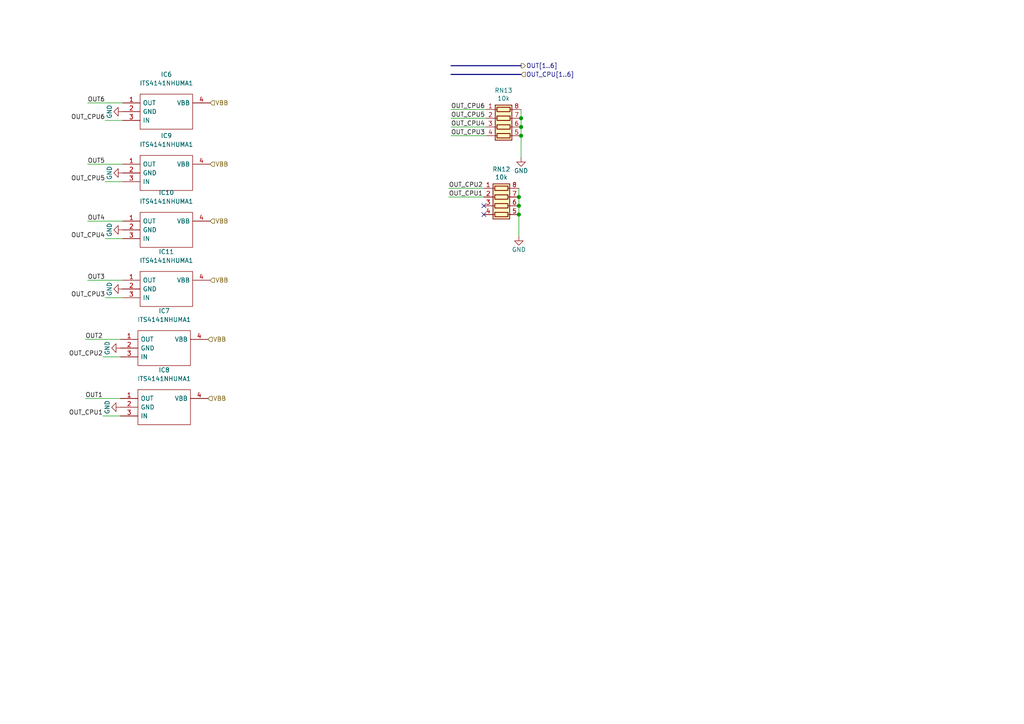
<source format=kicad_sch>
(kicad_sch (version 20211123) (generator eeschema)
  (paper "A4")
  (title_block (title "Uni printer") (date "2020-04-30") (rev "2.0") (company "Kartech") (comment 1 "jaroslaw.karwik@gmail.com"))
  (lib_symbols
    (symbol "ITS4141NHUMA1:ITS4141NHUMA1" (pin_names (offset 0.762))
      (property "Reference" "IC" (at 21.59 7.62 0))
      (property "Value" "ITS4141NHUMA1" (at 21.59 5.08 0))
      (symbol "ITS4141NHUMA1_0_0"
        (pin passive line (at 0 0 0) (length 5.08) (name "OUT") (number "1"))
        (pin passive line (at 0 -2.54 0) (length 5.08) (name "GND") (number "2"))
        (pin passive line (at 0 -5.08 0) (length 5.08) (name "IN") (number "3"))
        (pin passive line (at 25.4 0 180) (length 5.08) (name "VBB") (number "4"))
      )
      (symbol "ITS4141NHUMA1_0_1"
        (polyline (pts (xy 5.08 2.54) (xy 20.32 2.54) (xy 20.32 -7.62) (xy 5.08 -7.62) (xy 5.08 2.54)) (stroke (width 0.1524)))
      )
    )
    (symbol "Uni_Printer-rescue:GND-Sensor_tank_v1-rescue-Uni_General_v1-rescue-Uni_Printer_v1-rescue" (power) (pin_names (offset 0))
      (property "Value" "GND-Sensor_tank_v1-rescue-Uni_General_v1-rescue-Uni_Printer_v1-rescue" (at 0 -3.81 0))
      (symbol "GND-Sensor_tank_v1-rescue-Uni_General_v1-rescue-Uni_Printer_v1-rescue_0_1"
        (polyline (pts (xy 0 0) (xy 0 -1.27) (xy 1.27 -1.27) (xy 0 -2.54) (xy -1.27 -1.27) (xy 0 -1.27)))
      )
      (symbol "GND-Sensor_tank_v1-rescue-Uni_General_v1-rescue-Uni_Printer_v1-rescue_1_1"
        (pin power_in line (at 0 0 270) (length 0) hide (name "GND") (number "1"))
      )
    )
    (symbol "Uni_Printer-rescue:R_Pack04-Device" (pin_names (offset 0) hide)
      (property "Reference" "RN" (at -7.62 0 90))
      (property "Value" "R_Pack04-Device" (at 5.08 0 90))
      (symbol "R_Pack04-Device_0_1"
        (rectangle (start -6.35 -2.413) (end 3.81 2.413) (stroke (width 0.254)) (fill (type background)))
        (rectangle (start -5.715 1.905) (end -4.445 -1.905) (stroke (width 0.254)))
        (rectangle (start -3.175 1.905) (end -1.905 -1.905) (stroke (width 0.254)))
        (rectangle (start -0.635 1.905) (end 0.635 -1.905) (stroke (width 0.254)))
        (polyline (pts (xy -5.08 -2.54) (xy -5.08 -1.905)))
        (polyline (pts (xy -5.08 1.905) (xy -5.08 2.54)))
        (polyline (pts (xy -2.54 -2.54) (xy -2.54 -1.905)))
        (polyline (pts (xy -2.54 1.905) (xy -2.54 2.54)))
        (polyline (pts (xy 0 -2.54) (xy 0 -1.905)))
        (polyline (pts (xy 0 1.905) (xy 0 2.54)))
        (polyline (pts (xy 2.54 -2.54) (xy 2.54 -1.905)))
        (polyline (pts (xy 2.54 1.905) (xy 2.54 2.54)))
        (rectangle (start 1.905 1.905) (end 3.175 -1.905) (stroke (width 0.254)))
      )
      (symbol "R_Pack04-Device_1_1"
        (pin passive line (at -5.08 -5.08 90) (length 2.54) (name "R1.1") (number "1"))
        (pin passive line (at -2.54 -5.08 90) (length 2.54) (name "R2.1") (number "2"))
        (pin passive line (at 0 -5.08 90) (length 2.54) (name "R3.1") (number "3"))
        (pin passive line (at 2.54 -5.08 90) (length 2.54) (name "R4.1") (number "4"))
        (pin passive line (at 2.54 5.08 270) (length 2.54) (name "R4.2") (number "5"))
        (pin passive line (at 0 5.08 270) (length 2.54) (name "R3.2") (number "6"))
        (pin passive line (at -2.54 5.08 270) (length 2.54) (name "R2.2") (number "7"))
        (pin passive line (at -5.08 5.08 270) (length 2.54) (name "R1.2") (number "8"))
      )
    )
  )
  (junction (at 151.13 39.37) (diameter 1.016))
  (junction (at 151.13 36.83) (diameter 1.016))
  (junction (at 150.495 62.23) (diameter 1.016))
  (junction (at 151.13 34.29) (diameter 1.016))
  (junction (at 150.495 59.69) (diameter 1.016))
  (junction (at 150.495 57.15) (diameter 1.016))
  (no_connect (at 140.335 62.23))
  (no_connect (at 140.335 59.69))
  (wire (pts (xy 35.56 69.215) (xy 30.48 69.215)))
  (wire (pts (xy 34.925 120.65) (xy 29.845 120.65)))
  (wire (pts (xy 150.495 62.23) (xy 150.495 68.58)))
  (wire (pts (xy 150.495 54.61) (xy 150.495 57.15)))
  (wire (pts (xy 35.56 34.925) (xy 30.48 34.925)))
  (wire (pts (xy 35.56 52.705) (xy 30.48 52.705)))
  (wire (pts (xy 35.56 29.845) (xy 25.4 29.845)))
  (wire (pts (xy 151.13 34.29) (xy 151.13 36.83)))
  (wire (pts (xy 130.81 31.75) (xy 140.97 31.75)))
  (bus (pts (xy 130.81 21.59) (xy 151.13 21.59)))
  (wire (pts (xy 151.13 39.37) (xy 151.13 45.72)))
  (wire (pts (xy 34.925 103.505) (xy 29.845 103.505)))
  (wire (pts (xy 35.56 64.135) (xy 25.4 64.135)))
  (wire (pts (xy 150.495 57.15) (xy 150.495 59.69)))
  (wire (pts (xy 130.175 57.15) (xy 140.335 57.15)))
  (wire (pts (xy 151.13 36.83) (xy 151.13 39.37)))
  (wire (pts (xy 34.925 115.57) (xy 24.765 115.57)))
  (wire (pts (xy 35.56 86.36) (xy 30.48 86.36)))
  (wire (pts (xy 34.925 98.425) (xy 24.765 98.425)))
  (wire (pts (xy 151.13 31.75) (xy 151.13 34.29)))
  (wire (pts (xy 130.175 54.61) (xy 140.335 54.61)))
  (wire (pts (xy 150.495 59.69) (xy 150.495 62.23)))
  (wire (pts (xy 130.81 39.37) (xy 140.97 39.37)))
  (wire (pts (xy 130.81 34.29) (xy 140.97 34.29)))
  (wire (pts (xy 35.56 47.625) (xy 25.4 47.625)))
  (bus (pts (xy 130.81 19.05) (xy 151.13 19.05)))
  (wire (pts (xy 35.56 81.28) (xy 25.4 81.28)))
  (wire (pts (xy 130.81 36.83) (xy 140.97 36.83)))
  (label "OUT5" (at 25.4 47.625 0))
  (label "OUT_CPU6" (at 130.81 31.75 0))
  (label "OUT_CPU2" (at 130.175 54.61 0))
  (label "OUT1" (at 24.765 115.57 0))
  (label "OUT_CPU4" (at 130.81 36.83 0))
  (label "OUT_CPU3" (at 130.81 39.37 0))
  (label "OUT3" (at 25.4 81.28 0))
  (label "OUT_CPU4" (at 30.48 69.215 180))
  (label "OUT_CPU1" (at 130.175 57.15 0))
  (label "OUT_CPU6" (at 30.48 34.925 180))
  (label "OUT_CPU5" (at 130.81 34.29 0))
  (label "OUT_CPU3" (at 30.48 86.36 180))
  (label "OUT_CPU1" (at 29.845 120.65 180))
  (label "OUT_CPU2" (at 29.845 103.505 180))
  (label "OUT6" (at 25.4 29.845 0))
  (label "OUT2" (at 24.765 98.425 0))
  (label "OUT4" (at 25.4 64.135 0))
  (label "OUT_CPU5" (at 30.48 52.705 180))
  (hierarchical_label "VBB" (shape input) (at 60.325 115.57 0))
  (hierarchical_label "VBB" (shape input) (at 60.96 29.845 0))
  (hierarchical_label "VBB" (shape input) (at 60.96 81.28 0))
  (hierarchical_label "OUT_CPU[1..6]" (shape input) (at 151.13 21.59 0))
  (hierarchical_label "OUT[1..6]" (shape output) (at 151.13 19.05 0))
  (hierarchical_label "VBB" (shape input) (at 60.325 98.425 0))
  (hierarchical_label "VBB" (shape input) (at 60.96 64.135 0))
  (hierarchical_label "VBB" (shape input) (at 60.96 47.625 0))
  (symbol (lib_id "Uni_Printer-rescue:R_Pack04-Device") (at 145.415 59.69 270) (unit 1)
    (property "Reference" "RN12" (at 145.415 49.0982 90))
    (property "Value" "10k" (at 145.415 51.41 90))
    (property "Footprint" "moje:R_Array_Convex_4x0603" (effects hide))
    (property "TME" "DR1206-10K-4/8" (effects hide))
  )
  (symbol (lib_id "Uni_Printer-rescue:GND-Sensor_tank_v1-rescue-Uni_General_v1-rescue-Uni_Printer_v1-rescue") (at 34.925 100.965 270) (unit 1)
    (property "Reference" "#PWR0163" (effects hide))
    (property "Value" "GND" (at 31.115 100.965 0))
  )
  (symbol (lib_id "ITS4141NHUMA1:ITS4141NHUMA1") (at 34.925 98.425 0) (unit 1)
    (property "Reference" "IC7" (at 47.625 90.17 0))
    (property "Value" "ITS4141NHUMA1" (at 47.625 92.71 0))
    (property "Footprint" "moje:SOT230P700X170-4N" (effects hide))
    (property "Datasheet" "http://www.farnell.com/datasheets/8560http://www.infineon.com/dgdl/Infineon-ITS4141N-DS-v01_01-en.pdf?fileId=db3a304412b407950112b429624b40d32.pdf" (effects hide))
    (property "Description" "INFINEON - ITS4141NHUMA1 - IC, PROFET, PG-SOT223-4" (effects hide))
    (property "Height" "1.7" (effects hide))
    (property "Manufacturer_Name" "Infineon" (effects hide))
    (property "Manufacturer_Part_Number" "ITS4141NHUMA1" (effects hide))
    (property "Arrow Part Number" "ITS4141NHUMA1" (effects hide))
    (property "Arrow Price/Stock" "https://www.arrow.com/en/products/its4141nhuma1/infineon-technologies-ag" (effects hide))
    (property "Mouser Part Number" "726-ITS4141NHUMA1" (effects hide))
    (property "Mouser Price/Stock" "https://www.mouser.co.uk/ProductDetail/Infineon-Technologies/ITS4141NHUMA1?qs=OwbwYO03UsLpuWsm5XYkGg%3D%3D" (effects hide))
    (property "TME" "TS4141N" (effects hide))
  )
  (symbol (lib_id "ITS4141NHUMA1:ITS4141NHUMA1") (at 34.925 115.57 0) (unit 1)
    (property "Reference" "IC8" (at 47.625 107.315 0))
    (property "Value" "ITS4141NHUMA1" (at 47.625 109.855 0))
    (property "Footprint" "moje:SOT230P700X170-4N" (effects hide))
    (property "Datasheet" "http://www.farnell.com/datasheets/8560http://www.infineon.com/dgdl/Infineon-ITS4141N-DS-v01_01-en.pdf?fileId=db3a304412b407950112b429624b40d32.pdf" (effects hide))
    (property "Description" "INFINEON - ITS4141NHUMA1 - IC, PROFET, PG-SOT223-4" (effects hide))
    (property "Height" "1.7" (effects hide))
    (property "Manufacturer_Name" "Infineon" (effects hide))
    (property "Manufacturer_Part_Number" "ITS4141NHUMA1" (effects hide))
    (property "Arrow Part Number" "ITS4141NHUMA1" (effects hide))
    (property "Arrow Price/Stock" "https://www.arrow.com/en/products/its4141nhuma1/infineon-technologies-ag" (effects hide))
    (property "Mouser Part Number" "726-ITS4141NHUMA1" (effects hide))
    (property "Mouser Price/Stock" "https://www.mouser.co.uk/ProductDetail/Infineon-Technologies/ITS4141NHUMA1?qs=OwbwYO03UsLpuWsm5XYkGg%3D%3D" (effects hide))
    (property "TME" "TS4141N" (effects hide))
  )
  (symbol (lib_id "ITS4141NHUMA1:ITS4141NHUMA1") (at 35.56 29.845 0) (unit 1)
    (property "Reference" "IC6" (at 48.26 21.59 0))
    (property "Value" "ITS4141NHUMA1" (at 48.26 24.13 0))
    (property "Footprint" "moje:SOT230P700X170-4N" (effects hide))
    (property "Datasheet" "http://www.farnell.com/datasheets/8560http://www.infineon.com/dgdl/Infineon-ITS4141N-DS-v01_01-en.pdf?fileId=db3a304412b407950112b429624b40d32.pdf" (effects hide))
    (property "Description" "INFINEON - ITS4141NHUMA1 - IC, PROFET, PG-SOT223-4" (effects hide))
    (property "Height" "1.7" (effects hide))
    (property "Manufacturer_Name" "Infineon" (effects hide))
    (property "Manufacturer_Part_Number" "ITS4141NHUMA1" (effects hide))
    (property "Arrow Part Number" "ITS4141NHUMA1" (effects hide))
    (property "Arrow Price/Stock" "https://www.arrow.com/en/products/its4141nhuma1/infineon-technologies-ag" (effects hide))
    (property "Mouser Part Number" "726-ITS4141NHUMA1" (effects hide))
    (property "Mouser Price/Stock" "https://www.mouser.co.uk/ProductDetail/Infineon-Technologies/ITS4141NHUMA1?qs=OwbwYO03UsLpuWsm5XYkGg%3D%3D" (effects hide))
    (property "TME" "TS4141N" (effects hide))
  )
  (symbol (lib_id "ITS4141NHUMA1:ITS4141NHUMA1") (at 35.56 81.28 0) (unit 1)
    (property "Reference" "IC11" (at 48.26 73.025 0))
    (property "Value" "ITS4141NHUMA1" (at 48.26 75.565 0))
    (property "Footprint" "moje:SOT230P700X170-4N" (effects hide))
    (property "Datasheet" "http://www.farnell.com/datasheets/8560http://www.infineon.com/dgdl/Infineon-ITS4141N-DS-v01_01-en.pdf?fileId=db3a304412b407950112b429624b40d32.pdf" (effects hide))
    (property "Description" "INFINEON - ITS4141NHUMA1 - IC, PROFET, PG-SOT223-4" (effects hide))
    (property "Height" "1.7" (effects hide))
    (property "Manufacturer_Name" "Infineon" (effects hide))
    (property "Manufacturer_Part_Number" "ITS4141NHUMA1" (effects hide))
    (property "Arrow Part Number" "ITS4141NHUMA1" (effects hide))
    (property "Arrow Price/Stock" "https://www.arrow.com/en/products/its4141nhuma1/infineon-technologies-ag" (effects hide))
    (property "Mouser Part Number" "726-ITS4141NHUMA1" (effects hide))
    (property "Mouser Price/Stock" "https://www.mouser.co.uk/ProductDetail/Infineon-Technologies/ITS4141NHUMA1?qs=OwbwYO03UsLpuWsm5XYkGg%3D%3D" (effects hide))
    (property "TME" "TS4141N" (effects hide))
  )
  (symbol (lib_id "ITS4141NHUMA1:ITS4141NHUMA1") (at 35.56 47.625 0) (unit 1)
    (property "Reference" "IC9" (at 48.26 39.37 0))
    (property "Value" "ITS4141NHUMA1" (at 48.26 41.91 0))
    (property "Footprint" "moje:SOT230P700X170-4N" (effects hide))
    (property "Datasheet" "http://www.farnell.com/datasheets/8560http://www.infineon.com/dgdl/Infineon-ITS4141N-DS-v01_01-en.pdf?fileId=db3a304412b407950112b429624b40d32.pdf" (effects hide))
    (property "Description" "INFINEON - ITS4141NHUMA1 - IC, PROFET, PG-SOT223-4" (effects hide))
    (property "Height" "1.7" (effects hide))
    (property "Manufacturer_Name" "Infineon" (effects hide))
    (property "Manufacturer_Part_Number" "ITS4141NHUMA1" (effects hide))
    (property "Arrow Part Number" "ITS4141NHUMA1" (effects hide))
    (property "Arrow Price/Stock" "https://www.arrow.com/en/products/its4141nhuma1/infineon-technologies-ag" (effects hide))
    (property "Mouser Part Number" "726-ITS4141NHUMA1" (effects hide))
    (property "Mouser Price/Stock" "https://www.mouser.co.uk/ProductDetail/Infineon-Technologies/ITS4141NHUMA1?qs=OwbwYO03UsLpuWsm5XYkGg%3D%3D" (effects hide))
    (property "TME" "TS4141N" (effects hide))
  )
  (symbol (lib_id "Uni_Printer-rescue:GND-Sensor_tank_v1-rescue-Uni_General_v1-rescue-Uni_Printer_v1-rescue") (at 35.56 32.385 270) (unit 1)
    (property "Reference" "#PWR0149" (effects hide))
    (property "Value" "GND" (at 31.75 32.385 0))
  )
  (symbol (lib_id "Uni_Printer-rescue:GND-Sensor_tank_v1-rescue-Uni_General_v1-rescue-Uni_Printer_v1-rescue") (at 35.56 50.165 270) (unit 1)
    (property "Reference" "#PWR0150" (effects hide))
    (property "Value" "GND" (at 31.75 50.165 0))
  )
  (symbol (lib_id "Uni_Printer-rescue:R_Pack04-Device") (at 146.05 36.83 270) (unit 1)
    (property "Reference" "RN13" (at 146.05 26.2382 90))
    (property "Value" "10k" (at 146.05 28.55 90))
    (property "Footprint" "moje:R_Array_Convex_4x0603" (effects hide))
    (property "TME" "DR1206-10K-4/8" (effects hide))
  )
  (symbol (lib_id "Uni_Printer-rescue:GND-Sensor_tank_v1-rescue-Uni_General_v1-rescue-Uni_Printer_v1-rescue") (at 150.495 68.58 0) (unit 1)
    (property "Reference" "#PWR024" (effects hide))
    (property "Value" "GND" (at 150.495 72.39 0))
  )
  (symbol (lib_id "Uni_Printer-rescue:GND-Sensor_tank_v1-rescue-Uni_General_v1-rescue-Uni_Printer_v1-rescue") (at 34.925 118.11 270) (unit 1)
    (property "Reference" "#PWR0146" (effects hide))
    (property "Value" "GND" (at 31.115 118.11 0))
  )
  (symbol (lib_id "Uni_Printer-rescue:GND-Sensor_tank_v1-rescue-Uni_General_v1-rescue-Uni_Printer_v1-rescue") (at 151.13 45.72 0) (unit 1)
    (property "Reference" "#PWR025" (effects hide))
    (property "Value" "GND" (at 151.13 49.53 0))
  )
  (symbol (lib_id "Uni_Printer-rescue:GND-Sensor_tank_v1-rescue-Uni_General_v1-rescue-Uni_Printer_v1-rescue") (at 35.56 66.675 270) (unit 1)
    (property "Reference" "#PWR0151" (effects hide))
    (property "Value" "GND" (at 31.75 66.675 0))
  )
  (symbol (lib_id "ITS4141NHUMA1:ITS4141NHUMA1") (at 35.56 64.135 0) (unit 1)
    (property "Reference" "IC10" (at 48.26 55.88 0))
    (property "Value" "ITS4141NHUMA1" (at 48.26 58.42 0))
    (property "Footprint" "moje:SOT230P700X170-4N" (effects hide))
    (property "Datasheet" "http://www.farnell.com/datasheets/8560http://www.infineon.com/dgdl/Infineon-ITS4141N-DS-v01_01-en.pdf?fileId=db3a304412b407950112b429624b40d32.pdf" (effects hide))
    (property "Description" "INFINEON - ITS4141NHUMA1 - IC, PROFET, PG-SOT223-4" (effects hide))
    (property "Height" "1.7" (effects hide))
    (property "Manufacturer_Name" "Infineon" (effects hide))
    (property "Manufacturer_Part_Number" "ITS4141NHUMA1" (effects hide))
    (property "Arrow Part Number" "ITS4141NHUMA1" (effects hide))
    (property "Arrow Price/Stock" "https://www.arrow.com/en/products/its4141nhuma1/infineon-technologies-ag" (effects hide))
    (property "Mouser Part Number" "726-ITS4141NHUMA1" (effects hide))
    (property "Mouser Price/Stock" "https://www.mouser.co.uk/ProductDetail/Infineon-Technologies/ITS4141NHUMA1?qs=OwbwYO03UsLpuWsm5XYkGg%3D%3D" (effects hide))
    (property "TME" "TS4141N" (effects hide))
  )
  (symbol (lib_id "Uni_Printer-rescue:GND-Sensor_tank_v1-rescue-Uni_General_v1-rescue-Uni_Printer_v1-rescue") (at 35.56 83.82 270) (unit 1)
    (property "Reference" "#PWR0152" (effects hide))
    (property "Value" "GND" (at 31.75 83.82 0))
  )
)
</source>
